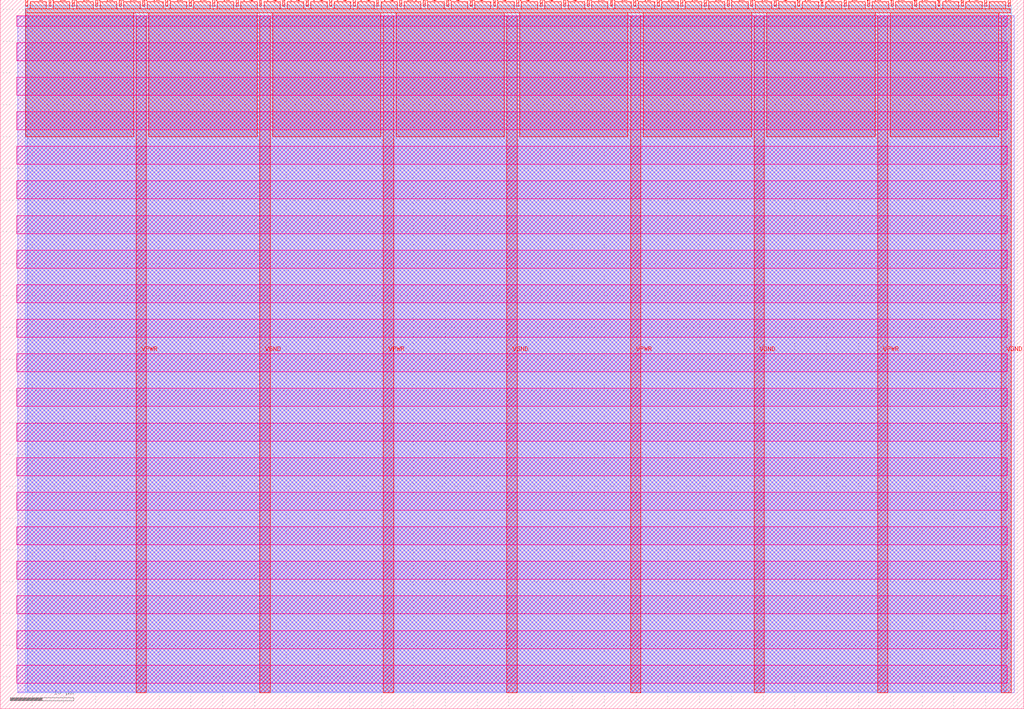
<source format=lef>
VERSION 5.7 ;
  NOWIREEXTENSIONATPIN ON ;
  DIVIDERCHAR "/" ;
  BUSBITCHARS "[]" ;
MACRO tt_um_dieroller_nathangross1
  CLASS BLOCK ;
  FOREIGN tt_um_dieroller_nathangross1 ;
  ORIGIN 0.000 0.000 ;
  SIZE 161.000 BY 111.520 ;
  PIN VGND
    DIRECTION INOUT ;
    USE GROUND ;
    PORT
      LAYER met4 ;
        RECT 40.830 2.480 42.430 109.040 ;
    END
    PORT
      LAYER met4 ;
        RECT 79.700 2.480 81.300 109.040 ;
    END
    PORT
      LAYER met4 ;
        RECT 118.570 2.480 120.170 109.040 ;
    END
    PORT
      LAYER met4 ;
        RECT 157.440 2.480 159.040 109.040 ;
    END
  END VGND
  PIN VPWR
    DIRECTION INOUT ;
    USE POWER ;
    PORT
      LAYER met4 ;
        RECT 21.395 2.480 22.995 109.040 ;
    END
    PORT
      LAYER met4 ;
        RECT 60.265 2.480 61.865 109.040 ;
    END
    PORT
      LAYER met4 ;
        RECT 99.135 2.480 100.735 109.040 ;
    END
    PORT
      LAYER met4 ;
        RECT 138.005 2.480 139.605 109.040 ;
    END
  END VPWR
  PIN clk
    DIRECTION INPUT ;
    USE SIGNAL ;
    ANTENNAGATEAREA 0.852000 ;
    PORT
      LAYER met4 ;
        RECT 154.870 110.520 155.170 111.520 ;
    END
  END clk
  PIN ena
    DIRECTION INPUT ;
    USE SIGNAL ;
    ANTENNAGATEAREA 0.196500 ;
    PORT
      LAYER met4 ;
        RECT 158.550 110.520 158.850 111.520 ;
    END
  END ena
  PIN rst_n
    DIRECTION INPUT ;
    USE SIGNAL ;
    ANTENNAGATEAREA 0.196500 ;
    PORT
      LAYER met4 ;
        RECT 151.190 110.520 151.490 111.520 ;
    END
  END rst_n
  PIN ui_in[0]
    DIRECTION INPUT ;
    USE SIGNAL ;
    ANTENNAGATEAREA 0.196500 ;
    PORT
      LAYER met4 ;
        RECT 147.510 110.520 147.810 111.520 ;
    END
  END ui_in[0]
  PIN ui_in[1]
    DIRECTION INPUT ;
    USE SIGNAL ;
    ANTENNAGATEAREA 0.196500 ;
    PORT
      LAYER met4 ;
        RECT 143.830 110.520 144.130 111.520 ;
    END
  END ui_in[1]
  PIN ui_in[2]
    DIRECTION INPUT ;
    USE SIGNAL ;
    ANTENNAGATEAREA 0.196500 ;
    PORT
      LAYER met4 ;
        RECT 140.150 110.520 140.450 111.520 ;
    END
  END ui_in[2]
  PIN ui_in[3]
    DIRECTION INPUT ;
    USE SIGNAL ;
    ANTENNAGATEAREA 0.196500 ;
    PORT
      LAYER met4 ;
        RECT 136.470 110.520 136.770 111.520 ;
    END
  END ui_in[3]
  PIN ui_in[4]
    DIRECTION INPUT ;
    USE SIGNAL ;
    ANTENNAGATEAREA 0.196500 ;
    PORT
      LAYER met4 ;
        RECT 132.790 110.520 133.090 111.520 ;
    END
  END ui_in[4]
  PIN ui_in[5]
    DIRECTION INPUT ;
    USE SIGNAL ;
    ANTENNAGATEAREA 0.196500 ;
    PORT
      LAYER met4 ;
        RECT 129.110 110.520 129.410 111.520 ;
    END
  END ui_in[5]
  PIN ui_in[6]
    DIRECTION INPUT ;
    USE SIGNAL ;
    ANTENNAGATEAREA 0.196500 ;
    PORT
      LAYER met4 ;
        RECT 125.430 110.520 125.730 111.520 ;
    END
  END ui_in[6]
  PIN ui_in[7]
    DIRECTION INPUT ;
    USE SIGNAL ;
    ANTENNAGATEAREA 0.196500 ;
    PORT
      LAYER met4 ;
        RECT 121.750 110.520 122.050 111.520 ;
    END
  END ui_in[7]
  PIN uio_in[0]
    DIRECTION INPUT ;
    USE SIGNAL ;
    ANTENNAGATEAREA 0.196500 ;
    PORT
      LAYER met4 ;
        RECT 118.070 110.520 118.370 111.520 ;
    END
  END uio_in[0]
  PIN uio_in[1]
    DIRECTION INPUT ;
    USE SIGNAL ;
    ANTENNAGATEAREA 0.196500 ;
    PORT
      LAYER met4 ;
        RECT 114.390 110.520 114.690 111.520 ;
    END
  END uio_in[1]
  PIN uio_in[2]
    DIRECTION INPUT ;
    USE SIGNAL ;
    ANTENNAGATEAREA 0.196500 ;
    PORT
      LAYER met4 ;
        RECT 110.710 110.520 111.010 111.520 ;
    END
  END uio_in[2]
  PIN uio_in[3]
    DIRECTION INPUT ;
    USE SIGNAL ;
    ANTENNAGATEAREA 0.196500 ;
    PORT
      LAYER met4 ;
        RECT 107.030 110.520 107.330 111.520 ;
    END
  END uio_in[3]
  PIN uio_in[4]
    DIRECTION INPUT ;
    USE SIGNAL ;
    ANTENNAGATEAREA 0.196500 ;
    PORT
      LAYER met4 ;
        RECT 103.350 110.520 103.650 111.520 ;
    END
  END uio_in[4]
  PIN uio_in[5]
    DIRECTION INPUT ;
    USE SIGNAL ;
    ANTENNAGATEAREA 0.196500 ;
    PORT
      LAYER met4 ;
        RECT 99.670 110.520 99.970 111.520 ;
    END
  END uio_in[5]
  PIN uio_in[6]
    DIRECTION INPUT ;
    USE SIGNAL ;
    ANTENNAGATEAREA 0.196500 ;
    PORT
      LAYER met4 ;
        RECT 95.990 110.520 96.290 111.520 ;
    END
  END uio_in[6]
  PIN uio_in[7]
    DIRECTION INPUT ;
    USE SIGNAL ;
    ANTENNAGATEAREA 0.196500 ;
    PORT
      LAYER met4 ;
        RECT 92.310 110.520 92.610 111.520 ;
    END
  END uio_in[7]
  PIN uio_oe[0]
    DIRECTION OUTPUT TRISTATE ;
    USE SIGNAL ;
    PORT
      LAYER met4 ;
        RECT 29.750 110.520 30.050 111.520 ;
    END
  END uio_oe[0]
  PIN uio_oe[1]
    DIRECTION OUTPUT TRISTATE ;
    USE SIGNAL ;
    PORT
      LAYER met4 ;
        RECT 26.070 110.520 26.370 111.520 ;
    END
  END uio_oe[1]
  PIN uio_oe[2]
    DIRECTION OUTPUT TRISTATE ;
    USE SIGNAL ;
    PORT
      LAYER met4 ;
        RECT 22.390 110.520 22.690 111.520 ;
    END
  END uio_oe[2]
  PIN uio_oe[3]
    DIRECTION OUTPUT TRISTATE ;
    USE SIGNAL ;
    PORT
      LAYER met4 ;
        RECT 18.710 110.520 19.010 111.520 ;
    END
  END uio_oe[3]
  PIN uio_oe[4]
    DIRECTION OUTPUT TRISTATE ;
    USE SIGNAL ;
    PORT
      LAYER met4 ;
        RECT 15.030 110.520 15.330 111.520 ;
    END
  END uio_oe[4]
  PIN uio_oe[5]
    DIRECTION OUTPUT TRISTATE ;
    USE SIGNAL ;
    PORT
      LAYER met4 ;
        RECT 11.350 110.520 11.650 111.520 ;
    END
  END uio_oe[5]
  PIN uio_oe[6]
    DIRECTION OUTPUT TRISTATE ;
    USE SIGNAL ;
    PORT
      LAYER met4 ;
        RECT 7.670 110.520 7.970 111.520 ;
    END
  END uio_oe[6]
  PIN uio_oe[7]
    DIRECTION OUTPUT TRISTATE ;
    USE SIGNAL ;
    PORT
      LAYER met4 ;
        RECT 3.990 110.520 4.290 111.520 ;
    END
  END uio_oe[7]
  PIN uio_out[0]
    DIRECTION OUTPUT TRISTATE ;
    USE SIGNAL ;
    PORT
      LAYER met4 ;
        RECT 59.190 110.520 59.490 111.520 ;
    END
  END uio_out[0]
  PIN uio_out[1]
    DIRECTION OUTPUT TRISTATE ;
    USE SIGNAL ;
    PORT
      LAYER met4 ;
        RECT 55.510 110.520 55.810 111.520 ;
    END
  END uio_out[1]
  PIN uio_out[2]
    DIRECTION OUTPUT TRISTATE ;
    USE SIGNAL ;
    PORT
      LAYER met4 ;
        RECT 51.830 110.520 52.130 111.520 ;
    END
  END uio_out[2]
  PIN uio_out[3]
    DIRECTION OUTPUT TRISTATE ;
    USE SIGNAL ;
    PORT
      LAYER met4 ;
        RECT 48.150 110.520 48.450 111.520 ;
    END
  END uio_out[3]
  PIN uio_out[4]
    DIRECTION OUTPUT TRISTATE ;
    USE SIGNAL ;
    PORT
      LAYER met4 ;
        RECT 44.470 110.520 44.770 111.520 ;
    END
  END uio_out[4]
  PIN uio_out[5]
    DIRECTION OUTPUT TRISTATE ;
    USE SIGNAL ;
    PORT
      LAYER met4 ;
        RECT 40.790 110.520 41.090 111.520 ;
    END
  END uio_out[5]
  PIN uio_out[6]
    DIRECTION OUTPUT TRISTATE ;
    USE SIGNAL ;
    PORT
      LAYER met4 ;
        RECT 37.110 110.520 37.410 111.520 ;
    END
  END uio_out[6]
  PIN uio_out[7]
    DIRECTION OUTPUT TRISTATE ;
    USE SIGNAL ;
    PORT
      LAYER met4 ;
        RECT 33.430 110.520 33.730 111.520 ;
    END
  END uio_out[7]
  PIN uo_out[0]
    DIRECTION OUTPUT TRISTATE ;
    USE SIGNAL ;
    ANTENNADIFFAREA 0.795200 ;
    PORT
      LAYER met4 ;
        RECT 88.630 110.520 88.930 111.520 ;
    END
  END uo_out[0]
  PIN uo_out[1]
    DIRECTION OUTPUT TRISTATE ;
    USE SIGNAL ;
    ANTENNADIFFAREA 0.795200 ;
    PORT
      LAYER met4 ;
        RECT 84.950 110.520 85.250 111.520 ;
    END
  END uo_out[1]
  PIN uo_out[2]
    DIRECTION OUTPUT TRISTATE ;
    USE SIGNAL ;
    ANTENNADIFFAREA 0.445500 ;
    PORT
      LAYER met4 ;
        RECT 81.270 110.520 81.570 111.520 ;
    END
  END uo_out[2]
  PIN uo_out[3]
    DIRECTION OUTPUT TRISTATE ;
    USE SIGNAL ;
    ANTENNADIFFAREA 0.795200 ;
    PORT
      LAYER met4 ;
        RECT 77.590 110.520 77.890 111.520 ;
    END
  END uo_out[3]
  PIN uo_out[4]
    DIRECTION OUTPUT TRISTATE ;
    USE SIGNAL ;
    ANTENNADIFFAREA 0.795200 ;
    PORT
      LAYER met4 ;
        RECT 73.910 110.520 74.210 111.520 ;
    END
  END uo_out[4]
  PIN uo_out[5]
    DIRECTION OUTPUT TRISTATE ;
    USE SIGNAL ;
    ANTENNADIFFAREA 0.795200 ;
    PORT
      LAYER met4 ;
        RECT 70.230 110.520 70.530 111.520 ;
    END
  END uo_out[5]
  PIN uo_out[6]
    DIRECTION OUTPUT TRISTATE ;
    USE SIGNAL ;
    ANTENNADIFFAREA 0.795200 ;
    PORT
      LAYER met4 ;
        RECT 66.550 110.520 66.850 111.520 ;
    END
  END uo_out[6]
  PIN uo_out[7]
    DIRECTION OUTPUT TRISTATE ;
    USE SIGNAL ;
    ANTENNADIFFAREA 0.795200 ;
    PORT
      LAYER met4 ;
        RECT 62.870 110.520 63.170 111.520 ;
    END
  END uo_out[7]
  OBS
      LAYER nwell ;
        RECT 2.570 107.385 158.430 108.990 ;
        RECT 2.570 101.945 158.430 104.775 ;
        RECT 2.570 96.505 158.430 99.335 ;
        RECT 2.570 91.065 158.430 93.895 ;
        RECT 2.570 85.625 158.430 88.455 ;
        RECT 2.570 80.185 158.430 83.015 ;
        RECT 2.570 74.745 158.430 77.575 ;
        RECT 2.570 69.305 158.430 72.135 ;
        RECT 2.570 63.865 158.430 66.695 ;
        RECT 2.570 58.425 158.430 61.255 ;
        RECT 2.570 52.985 158.430 55.815 ;
        RECT 2.570 47.545 158.430 50.375 ;
        RECT 2.570 42.105 158.430 44.935 ;
        RECT 2.570 36.665 158.430 39.495 ;
        RECT 2.570 31.225 158.430 34.055 ;
        RECT 2.570 25.785 158.430 28.615 ;
        RECT 2.570 20.345 158.430 23.175 ;
        RECT 2.570 14.905 158.430 17.735 ;
        RECT 2.570 9.465 158.430 12.295 ;
        RECT 2.570 4.025 158.430 6.855 ;
      LAYER li1 ;
        RECT 2.760 2.635 158.240 108.885 ;
      LAYER met1 ;
        RECT 2.760 2.480 159.460 109.040 ;
      LAYER met2 ;
        RECT 4.230 2.535 159.010 110.685 ;
      LAYER met3 ;
        RECT 3.950 2.555 159.030 110.665 ;
      LAYER met4 ;
        RECT 4.690 110.120 7.270 111.170 ;
        RECT 8.370 110.120 10.950 111.170 ;
        RECT 12.050 110.120 14.630 111.170 ;
        RECT 15.730 110.120 18.310 111.170 ;
        RECT 19.410 110.120 21.990 111.170 ;
        RECT 23.090 110.120 25.670 111.170 ;
        RECT 26.770 110.120 29.350 111.170 ;
        RECT 30.450 110.120 33.030 111.170 ;
        RECT 34.130 110.120 36.710 111.170 ;
        RECT 37.810 110.120 40.390 111.170 ;
        RECT 41.490 110.120 44.070 111.170 ;
        RECT 45.170 110.120 47.750 111.170 ;
        RECT 48.850 110.120 51.430 111.170 ;
        RECT 52.530 110.120 55.110 111.170 ;
        RECT 56.210 110.120 58.790 111.170 ;
        RECT 59.890 110.120 62.470 111.170 ;
        RECT 63.570 110.120 66.150 111.170 ;
        RECT 67.250 110.120 69.830 111.170 ;
        RECT 70.930 110.120 73.510 111.170 ;
        RECT 74.610 110.120 77.190 111.170 ;
        RECT 78.290 110.120 80.870 111.170 ;
        RECT 81.970 110.120 84.550 111.170 ;
        RECT 85.650 110.120 88.230 111.170 ;
        RECT 89.330 110.120 91.910 111.170 ;
        RECT 93.010 110.120 95.590 111.170 ;
        RECT 96.690 110.120 99.270 111.170 ;
        RECT 100.370 110.120 102.950 111.170 ;
        RECT 104.050 110.120 106.630 111.170 ;
        RECT 107.730 110.120 110.310 111.170 ;
        RECT 111.410 110.120 113.990 111.170 ;
        RECT 115.090 110.120 117.670 111.170 ;
        RECT 118.770 110.120 121.350 111.170 ;
        RECT 122.450 110.120 125.030 111.170 ;
        RECT 126.130 110.120 128.710 111.170 ;
        RECT 129.810 110.120 132.390 111.170 ;
        RECT 133.490 110.120 136.070 111.170 ;
        RECT 137.170 110.120 139.750 111.170 ;
        RECT 140.850 110.120 143.430 111.170 ;
        RECT 144.530 110.120 147.110 111.170 ;
        RECT 148.210 110.120 150.790 111.170 ;
        RECT 151.890 110.120 154.470 111.170 ;
        RECT 155.570 110.120 158.150 111.170 ;
        RECT 3.975 109.440 158.850 110.120 ;
        RECT 3.975 89.935 20.995 109.440 ;
        RECT 23.395 89.935 40.430 109.440 ;
        RECT 42.830 89.935 59.865 109.440 ;
        RECT 62.265 89.935 79.300 109.440 ;
        RECT 81.700 89.935 98.735 109.440 ;
        RECT 101.135 89.935 118.170 109.440 ;
        RECT 120.570 89.935 137.605 109.440 ;
        RECT 140.005 89.935 157.040 109.440 ;
  END
END tt_um_dieroller_nathangross1
END LIBRARY


</source>
